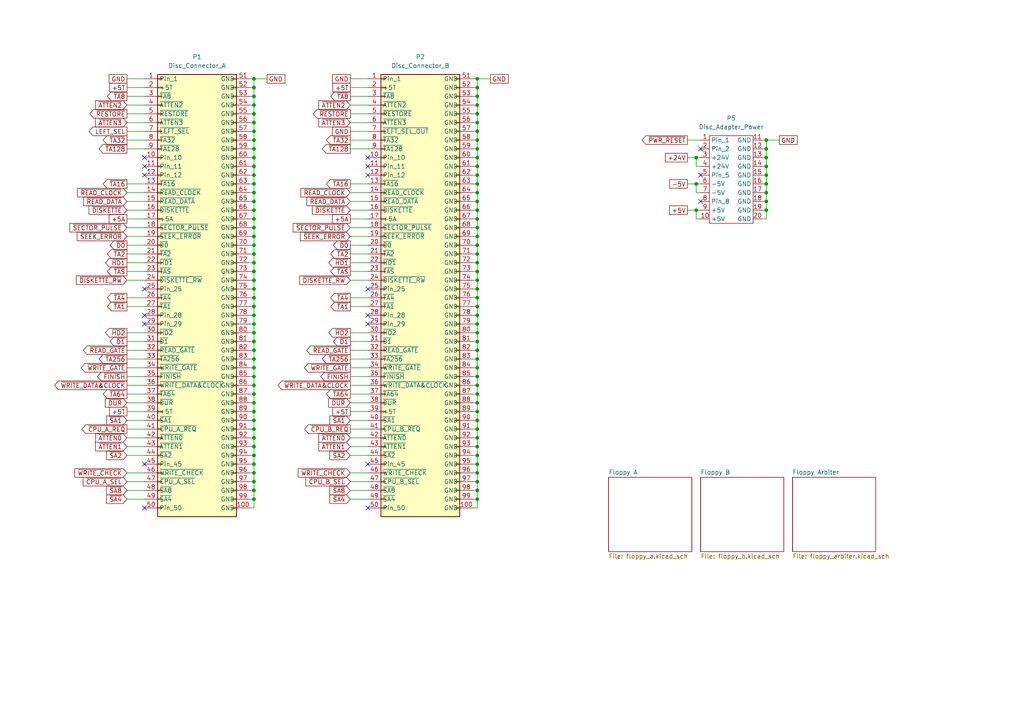
<source format=kicad_sch>
(kicad_sch (version 20211123) (generator eeschema)
  (paper "A4")
  (lib_symbols
    (symbol "Data General:Disc_Adapter_Power"
      (property "Reference" "P5" (at 0 30.48 0))
      (property "Value" "Disc_Adapter_Power" (at 0 27.94 0))
      (symbol "Disc_Adapter_Power_1_1"
        (pin output line (at -8.89 24.13 0) (length 2.54) (name "Pin_1") (number "1"))
        (pin power_out line (at -8.89 1.27 0) (length 2.54) (name "+5V") (number "10"))
        (pin passive line (at 8.89 24.13 180) (length 2.54) (name "GND") (number "11"))
        (pin passive line (at 8.89 21.59 180) (length 2.54) (name "GND") (number "12"))
        (pin passive line (at 8.89 19.05 180) (length 2.54) (name "GND") (number "13"))
        (pin passive line (at 8.89 16.51 180) (length 2.54) (name "GND") (number "14"))
        (pin passive line (at 8.89 13.97 180) (length 2.54) (name "GND") (number "15"))
        (pin passive line (at 8.89 11.43 180) (length 2.54) (name "GND") (number "16"))
        (pin passive line (at 8.89 8.89 180) (length 2.54) (name "GND") (number "17"))
        (pin passive line (at 8.89 6.35 180) (length 2.54) (name "GND") (number "18"))
        (pin passive line (at 8.89 3.81 180) (length 2.54) (name "GND") (number "19"))
        (pin unspecified line (at -8.89 21.59 0) (length 2.54) (name "Pin_2") (number "2"))
        (pin passive line (at 8.89 1.27 180) (length 2.54) (name "GND") (number "20"))
        (pin power_out line (at -8.89 19.05 0) (length 2.54) (name "+24V") (number "3"))
        (pin power_out line (at -8.89 16.51 0) (length 2.54) (name "+24V") (number "4"))
        (pin unspecified line (at -8.89 13.97 0) (length 2.54) (name "Pin_5") (number "5"))
        (pin power_out line (at -8.89 11.43 0) (length 2.54) (name "-5V") (number "6"))
        (pin power_out line (at -8.89 8.89 0) (length 2.54) (name "-5V") (number "7"))
        (pin passive line (at -8.89 6.35 0) (length 2.54) (name "Pin_8") (number "8"))
        (pin power_out line (at -8.89 3.81 0) (length 2.54) (name "+5V") (number "9"))
      )
    )
    (symbol "Data General:Disc_Connector_A"
      (property "Reference" "P" (at -12.7 0 0))
      (property "Value" "Disc_Connector_A" (at 6.35 -1.27 0))
      (symbol "Disc_Connector_A_1_1"
        (pin unspecified line (at -16.51 127 0) (length 3.81) (name "Pin_1") (number "1"))
        (pin unspecified line (at -16.51 104.14 0) (length 3.81) (name "Pin_10") (number "10"))
        (pin passive line (at 13.97 2.54 180) (length 3.81) (name "GND") (number "100"))
        (pin unspecified line (at -16.51 101.6 0) (length 3.81) (name "Pin_11") (number "11"))
        (pin unspecified line (at -16.51 99.06 0) (length 3.81) (name "Pin_12") (number "12"))
        (pin passive line (at -16.51 96.52 0) (length 3.81) (name "~{TA16}") (number "13"))
        (pin passive line (at -16.51 93.98 0) (length 3.81) (name "~{READ_CLOCK}") (number "14"))
        (pin passive line (at -16.51 91.44 0) (length 3.81) (name "~{READ_DATA}") (number "15"))
        (pin passive line (at -16.51 88.9 0) (length 3.81) (name "~{DISKETTE}") (number "16"))
        (pin passive line (at -16.51 86.36 0) (length 3.81) (name "+5A") (number "17"))
        (pin passive line (at -16.51 83.82 0) (length 3.81) (name "~{SECTOR_PULSE}") (number "18"))
        (pin passive line (at -16.51 81.28 0) (length 3.81) (name "~{SEEK_ERROR}") (number "19"))
        (pin passive line (at -16.51 124.46 0) (length 3.81) (name "+5T") (number "2"))
        (pin passive line (at -16.51 78.74 0) (length 3.81) (name "~{D0}") (number "20"))
        (pin passive line (at -16.51 76.2 0) (length 3.81) (name "~{TA2}") (number "21"))
        (pin passive line (at -16.51 73.66 0) (length 3.81) (name "~{HD1}") (number "22"))
        (pin passive line (at -16.51 71.12 0) (length 3.81) (name "~{TAS}") (number "23"))
        (pin passive line (at -16.51 68.58 0) (length 3.81) (name "~{DISKETTE_RW}") (number "24"))
        (pin passive line (at -16.51 66.04 0) (length 3.81) (name "Pin_25") (number "25"))
        (pin passive line (at -16.51 63.5 0) (length 3.81) (name "~{TA4}") (number "26"))
        (pin passive line (at -16.51 60.96 0) (length 3.81) (name "~{TA1}") (number "27"))
        (pin passive line (at -16.51 58.42 0) (length 3.81) (name "Pin_28") (number "28"))
        (pin passive line (at -16.51 55.88 0) (length 3.81) (name "Pin_29") (number "29"))
        (pin passive line (at -16.51 121.92 0) (length 3.81) (name "~{TA8}") (number "3"))
        (pin passive line (at -16.51 53.34 0) (length 3.81) (name "~{HD2}") (number "30"))
        (pin passive line (at -16.51 50.8 0) (length 3.81) (name "~{D1}") (number "31"))
        (pin passive line (at -16.51 48.26 0) (length 3.81) (name "~{READ_GATE}") (number "32"))
        (pin passive line (at -16.51 45.72 0) (length 3.81) (name "~{TA256}") (number "33"))
        (pin passive line (at -16.51 43.18 0) (length 3.81) (name "~{WRITE_GATE}") (number "34"))
        (pin passive line (at -16.51 40.64 0) (length 3.81) (name "~{FINISH}") (number "35"))
        (pin passive line (at -16.51 38.1 0) (length 3.81) (name "~{WRITE_DATA&CLOCK}") (number "36"))
        (pin passive line (at -16.51 35.56 0) (length 3.81) (name "~{TA64}") (number "37"))
        (pin passive line (at -16.51 33.02 0) (length 3.81) (name "~{DUR}") (number "38"))
        (pin passive line (at -16.51 30.48 0) (length 3.81) (name "+5T") (number "39"))
        (pin passive line (at -16.51 119.38 0) (length 3.81) (name "~{ATTEN2}") (number "4"))
        (pin passive line (at -16.51 27.94 0) (length 3.81) (name "~{SA1}") (number "40"))
        (pin passive line (at -16.51 25.4 0) (length 3.81) (name "~{CPU_A_REQ}") (number "41"))
        (pin passive line (at -16.51 22.86 0) (length 3.81) (name "~{ATTEN0}") (number "42"))
        (pin passive line (at -16.51 20.32 0) (length 3.81) (name "~{ATTEN1}") (number "43"))
        (pin passive line (at -16.51 17.78 0) (length 3.81) (name "~{SA2}") (number "44"))
        (pin passive line (at -16.51 15.24 0) (length 3.81) (name "Pin_45") (number "45"))
        (pin passive line (at -16.51 12.7 0) (length 3.81) (name "~{WRITE_CHECK}") (number "46"))
        (pin passive line (at -16.51 10.16 0) (length 3.81) (name "~{CPU_A_SEL}") (number "47"))
        (pin passive line (at -16.51 7.62 0) (length 3.81) (name "~{SA8}") (number "48"))
        (pin passive line (at -16.51 5.08 0) (length 3.81) (name "~{SA4}") (number "49"))
        (pin passive line (at -16.51 116.84 0) (length 3.81) (name "~{RESTORE}") (number "5"))
        (pin passive line (at -16.51 2.54 0) (length 3.81) (name "Pin_50") (number "50"))
        (pin passive line (at 13.97 127 180) (length 3.81) (name "GND") (number "51"))
        (pin passive line (at 13.97 124.46 180) (length 3.81) (name "GND") (number "52"))
        (pin passive line (at 13.97 121.92 180) (length 3.81) (name "GND") (number "53"))
        (pin passive line (at 13.97 119.38 180) (length 3.81) (name "GND") (number "54"))
        (pin passive line (at 13.97 116.84 180) (length 3.81) (name "GND") (number "55"))
        (pin passive line (at 13.97 114.3 180) (length 3.81) (name "GND") (number "56"))
        (pin passive line (at 13.97 111.76 180) (length 3.81) (name "GND") (number "57"))
        (pin passive line (at 13.97 109.22 180) (length 3.81) (name "GND") (number "58"))
        (pin passive line (at 13.97 106.68 180) (length 3.81) (name "GND") (number "59"))
        (pin passive line (at -16.51 114.3 0) (length 3.81) (name "~{ATTEN3}") (number "6"))
        (pin passive line (at 13.97 104.14 180) (length 3.81) (name "GND") (number "60"))
        (pin passive line (at 13.97 101.6 180) (length 3.81) (name "GND") (number "61"))
        (pin passive line (at 13.97 99.06 180) (length 3.81) (name "GND") (number "62"))
        (pin passive line (at 13.97 96.52 180) (length 3.81) (name "GND") (number "63"))
        (pin passive line (at 13.97 93.98 180) (length 3.81) (name "GND") (number "64"))
        (pin passive line (at 13.97 91.44 180) (length 3.81) (name "GND") (number "65"))
        (pin passive line (at 13.97 88.9 180) (length 3.81) (name "GND") (number "66"))
        (pin passive line (at 13.97 86.36 180) (length 3.81) (name "GND") (number "67"))
        (pin passive line (at 13.97 83.82 180) (length 3.81) (name "GND") (number "68"))
        (pin passive line (at 13.97 81.28 180) (length 3.81) (name "GND") (number "69"))
        (pin passive line (at -16.51 111.76 0) (length 3.81) (name "~{LEFT_SEL}") (number "7"))
        (pin passive line (at 13.97 78.74 180) (length 3.81) (name "GND") (number "70"))
        (pin passive line (at 13.97 76.2 180) (length 3.81) (name "GND") (number "71"))
        (pin passive line (at 13.97 73.66 180) (length 3.81) (name "GND") (number "72"))
        (pin passive line (at 13.97 71.12 180) (length 3.81) (name "GND") (number "73"))
        (pin passive line (at 13.97 68.58 180) (length 3.81) (name "GND") (number "74"))
        (pin passive line (at 13.97 66.04 180) (length 3.81) (name "GND") (number "75"))
        (pin passive line (at 13.97 63.5 180) (length 3.81) (name "GND") (number "76"))
        (pin passive line (at 13.97 60.96 180) (length 3.81) (name "GND") (number "77"))
        (pin passive line (at 13.97 58.42 180) (length 3.81) (name "GND") (number "78"))
        (pin passive line (at 13.97 55.88 180) (length 3.81) (name "GND") (number "79"))
        (pin passive line (at -16.51 109.22 0) (length 3.81) (name "~{TA32}") (number "8"))
        (pin passive line (at 13.97 53.34 180) (length 3.81) (name "GND") (number "80"))
        (pin passive line (at 13.97 50.8 180) (length 3.81) (name "GND") (number "81"))
        (pin passive line (at 13.97 48.26 180) (length 3.81) (name "GND") (number "82"))
        (pin passive line (at 13.97 45.72 180) (length 3.81) (name "GND") (number "83"))
        (pin passive line (at 13.97 43.18 180) (length 3.81) (name "GND") (number "84"))
        (pin passive line (at 13.97 40.64 180) (length 3.81) (name "GND") (number "85"))
        (pin passive line (at 13.97 38.1 180) (length 3.81) (name "GND") (number "86"))
        (pin passive line (at 13.97 35.56 180) (length 3.81) (name "GND") (number "87"))
        (pin passive line (at 13.97 33.02 180) (length 3.81) (name "GND") (number "88"))
        (pin passive line (at 13.97 30.48 180) (length 3.81) (name "GND") (number "89"))
        (pin passive line (at -16.51 106.68 0) (length 3.81) (name "~{TA128}") (number "9"))
        (pin passive line (at 13.97 27.94 180) (length 3.81) (name "GND") (number "90"))
        (pin passive line (at 13.97 25.4 180) (length 3.81) (name "GND") (number "91"))
        (pin passive line (at 13.97 22.86 180) (length 3.81) (name "GND") (number "92"))
        (pin passive line (at 13.97 20.32 180) (length 3.81) (name "GND") (number "93"))
        (pin passive line (at 13.97 17.78 180) (length 3.81) (name "GND") (number "94"))
        (pin passive line (at 13.97 15.24 180) (length 3.81) (name "GND") (number "95"))
        (pin passive line (at 13.97 12.7 180) (length 3.81) (name "GND") (number "96"))
        (pin passive line (at 13.97 10.16 180) (length 3.81) (name "GND") (number "97"))
        (pin passive line (at 13.97 7.62 180) (length 3.81) (name "GND") (number "98"))
        (pin passive line (at 13.97 5.08 180) (length 3.81) (name "GND") (number "99"))
      )
    )
    (symbol "Data General:Disc_Connector_B"
      (property "Reference" "P" (at -12.7 0 0))
      (property "Value" "Disc_Connector_B" (at 6.35 -1.27 0))
      (symbol "Disc_Connector_B_1_1"
        (pin unspecified line (at -16.51 127 0) (length 3.81) (name "Pin_1") (number "1"))
        (pin unspecified line (at -16.51 104.14 0) (length 3.81) (name "Pin_10") (number "10"))
        (pin passive line (at 13.97 2.54 180) (length 3.81) (name "GND") (number "100"))
        (pin unspecified line (at -16.51 101.6 0) (length 3.81) (name "Pin_11") (number "11"))
        (pin unspecified line (at -16.51 99.06 0) (length 3.81) (name "Pin_12") (number "12"))
        (pin passive line (at -16.51 96.52 0) (length 3.81) (name "~{TA16}") (number "13"))
        (pin passive line (at -16.51 93.98 0) (length 3.81) (name "~{READ_CLOCK}") (number "14"))
        (pin passive line (at -16.51 91.44 0) (length 3.81) (name "~{READ_DATA}") (number "15"))
        (pin passive line (at -16.51 88.9 0) (length 3.81) (name "~{DISKETTE}") (number "16"))
        (pin passive line (at -16.51 86.36 0) (length 3.81) (name "+5A") (number "17"))
        (pin passive line (at -16.51 83.82 0) (length 3.81) (name "~{SECTOR_PULSE}") (number "18"))
        (pin passive line (at -16.51 81.28 0) (length 3.81) (name "~{SEEK_ERROR}") (number "19"))
        (pin passive line (at -16.51 124.46 0) (length 3.81) (name "+5T") (number "2"))
        (pin passive line (at -16.51 78.74 0) (length 3.81) (name "~{D0}") (number "20"))
        (pin passive line (at -16.51 76.2 0) (length 3.81) (name "~{TA2}") (number "21"))
        (pin passive line (at -16.51 73.66 0) (length 3.81) (name "~{HD1}") (number "22"))
        (pin passive line (at -16.51 71.12 0) (length 3.81) (name "~{TAS}") (number "23"))
        (pin passive line (at -16.51 68.58 0) (length 3.81) (name "~{DISKETTE_RW}") (number "24"))
        (pin passive line (at -16.51 66.04 0) (length 3.81) (name "Pin_25") (number "25"))
        (pin passive line (at -16.51 63.5 0) (length 3.81) (name "~{TA4}") (number "26"))
        (pin passive line (at -16.51 60.96 0) (length 3.81) (name "~{TA1}") (number "27"))
        (pin passive line (at -16.51 58.42 0) (length 3.81) (name "Pin_28") (number "28"))
        (pin passive line (at -16.51 55.88 0) (length 3.81) (name "Pin_29") (number "29"))
        (pin passive line (at -16.51 121.92 0) (length 3.81) (name "~{TA8}") (number "3"))
        (pin passive line (at -16.51 53.34 0) (length 3.81) (name "~{HD2}") (number "30"))
        (pin passive line (at -16.51 50.8 0) (length 3.81) (name "~{D1}") (number "31"))
        (pin passive line (at -16.51 48.26 0) (length 3.81) (name "~{READ_GATE}") (number "32"))
        (pin passive line (at -16.51 45.72 0) (length 3.81) (name "~{TA256}") (number "33"))
        (pin passive line (at -16.51 43.18 0) (length 3.81) (name "~{WRITE_GATE}") (number "34"))
        (pin passive line (at -16.51 40.64 0) (length 3.81) (name "~{FINISH}") (number "35"))
        (pin passive line (at -16.51 38.1 0) (length 3.81) (name "~{WRITE_DATA&CLOCK}") (number "36"))
        (pin passive line (at -16.51 35.56 0) (length 3.81) (name "~{TA64}") (number "37"))
        (pin passive line (at -16.51 33.02 0) (length 3.81) (name "~{DUR}") (number "38"))
        (pin passive line (at -16.51 30.48 0) (length 3.81) (name "+5T") (number "39"))
        (pin passive line (at -16.51 119.38 0) (length 3.81) (name "~{ATTEN2}") (number "4"))
        (pin passive line (at -16.51 27.94 0) (length 3.81) (name "~{SA1}") (number "40"))
        (pin passive line (at -16.51 25.4 0) (length 3.81) (name "~{CPU_B_REQ}") (number "41"))
        (pin passive line (at -16.51 22.86 0) (length 3.81) (name "~{ATTEN0}") (number "42"))
        (pin passive line (at -16.51 20.32 0) (length 3.81) (name "~{ATTEN1}") (number "43"))
        (pin passive line (at -16.51 17.78 0) (length 3.81) (name "~{SA2}") (number "44"))
        (pin passive line (at -16.51 15.24 0) (length 3.81) (name "Pin_45") (number "45"))
        (pin passive line (at -16.51 12.7 0) (length 3.81) (name "~{WRITE_CHECK}") (number "46"))
        (pin passive line (at -16.51 10.16 0) (length 3.81) (name "~{CPU_B_SEL}") (number "47"))
        (pin passive line (at -16.51 7.62 0) (length 3.81) (name "~{SA8}") (number "48"))
        (pin passive line (at -16.51 5.08 0) (length 3.81) (name "~{SA4}") (number "49"))
        (pin passive line (at -16.51 116.84 0) (length 3.81) (name "~{RESTORE}") (number "5"))
        (pin passive line (at -16.51 2.54 0) (length 3.81) (name "Pin_50") (number "50"))
        (pin passive line (at 13.97 127 180) (length 3.81) (name "GND") (number "51"))
        (pin passive line (at 13.97 124.46 180) (length 3.81) (name "GND") (number "52"))
        (pin passive line (at 13.97 121.92 180) (length 3.81) (name "GND") (number "53"))
        (pin passive line (at 13.97 119.38 180) (length 3.81) (name "GND") (number "54"))
        (pin passive line (at 13.97 116.84 180) (length 3.81) (name "GND") (number "55"))
        (pin passive line (at 13.97 114.3 180) (length 3.81) (name "GND") (number "56"))
        (pin passive line (at 13.97 111.76 180) (length 3.81) (name "GND") (number "57"))
        (pin passive line (at 13.97 109.22 180) (length 3.81) (name "GND") (number "58"))
        (pin passive line (at 13.97 106.68 180) (length 3.81) (name "GND") (number "59"))
        (pin passive line (at -16.51 114.3 0) (length 3.81) (name "~{ATTEN3}") (number "6"))
        (pin passive line (at 13.97 104.14 180) (length 3.81) (name "GND") (number "60"))
        (pin passive line (at 13.97 101.6 180) (length 3.81) (name "GND") (number "61"))
        (pin passive line (at 13.97 99.06 180) (length 3.81) (name "GND") (number "62"))
        (pin passive line (at 13.97 96.52 180) (length 3.81) (name "GND") (number "63"))
        (pin passive line (at 13.97 93.98 180) (length 3.81) (name "GND") (number "64"))
        (pin passive line (at 13.97 91.44 180) (length 3.81) (name "GND") (number "65"))
        (pin passive line (at 13.97 88.9 180) (length 3.81) (name "GND") (number "66"))
        (pin passive line (at 13.97 86.36 180) (length 3.81) (name "GND") (number "67"))
        (pin passive line (at 13.97 83.82 180) (length 3.81) (name "GND") (number "68"))
        (pin passive line (at 13.97 81.28 180) (length 3.81) (name "GND") (number "69"))
        (pin passive line (at -16.51 111.76 0) (length 3.81) (name "~{LEFT_SEL_OUT}") (number "7"))
        (pin passive line (at 13.97 78.74 180) (length 3.81) (name "GND") (number "70"))
        (pin passive line (at 13.97 76.2 180) (length 3.81) (name "GND") (number "71"))
        (pin passive line (at 13.97 73.66 180) (length 3.81) (name "GND") (number "72"))
        (pin passive line (at 13.97 71.12 180) (length 3.81) (name "GND") (number "73"))
        (pin passive line (at 13.97 68.58 180) (length 3.81) (name "GND") (number "74"))
        (pin passive line (at 13.97 66.04 180) (length 3.81) (name "GND") (number "75"))
        (pin passive line (at 13.97 63.5 180) (length 3.81) (name "GND") (number "76"))
        (pin passive line (at 13.97 60.96 180) (length 3.81) (name "GND") (number "77"))
        (pin passive line (at 13.97 58.42 180) (length 3.81) (name "GND") (number "78"))
        (pin passive line (at 13.97 55.88 180) (length 3.81) (name "GND") (number "79"))
        (pin passive line (at -16.51 109.22 0) (length 3.81) (name "~{TA32}") (number "8"))
        (pin passive line (at 13.97 53.34 180) (length 3.81) (name "GND") (number "80"))
        (pin passive line (at 13.97 50.8 180) (length 3.81) (name "GND") (number "81"))
        (pin passive line (at 13.97 48.26 180) (length 3.81) (name "GND") (number "82"))
        (pin passive line (at 13.97 45.72 180) (length 3.81) (name "GND") (number "83"))
        (pin passive line (at 13.97 43.18 180) (length 3.81) (name "GND") (number "84"))
        (pin passive line (at 13.97 40.64 180) (length 3.81) (name "GND") (number "85"))
        (pin passive line (at 13.97 38.1 180) (length 3.81) (name "GND") (number "86"))
        (pin passive line (at 13.97 35.56 180) (length 3.81) (name "GND") (number "87"))
        (pin passive line (at 13.97 33.02 180) (length 3.81) (name "GND") (number "88"))
        (pin passive line (at 13.97 30.48 180) (length 3.81) (name "GND") (number "89"))
        (pin passive line (at -16.51 106.68 0) (length 3.81) (name "~{TA128}") (number "9"))
        (pin passive line (at 13.97 27.94 180) (length 3.81) (name "GND") (number "90"))
        (pin passive line (at 13.97 25.4 180) (length 3.81) (name "GND") (number "91"))
        (pin passive line (at 13.97 22.86 180) (length 3.81) (name "GND") (number "92"))
        (pin passive line (at 13.97 20.32 180) (length 3.81) (name "GND") (number "93"))
        (pin passive line (at 13.97 17.78 180) (length 3.81) (name "GND") (number "94"))
        (pin passive line (at 13.97 15.24 180) (length 3.81) (name "GND") (number "95"))
        (pin passive line (at 13.97 12.7 180) (length 3.81) (name "GND") (number "96"))
        (pin passive line (at 13.97 10.16 180) (length 3.81) (name "GND") (number "97"))
        (pin passive line (at 13.97 7.62 180) (length 3.81) (name "GND") (number "98"))
        (pin passive line (at 13.97 5.08 180) (length 3.81) (name "GND") (number "99"))
      )
    )
  )
  (junction (at 73.66 45.72))
  (junction (at 138.43 27.94))
  (junction (at 222.25 50.8))
  (junction (at 73.66 142.24))
  (junction (at 138.43 45.72))
  (junction (at 138.43 43.18))
  (junction (at 73.66 134.62))
  (junction (at 73.66 121.92))
  (junction (at 73.66 38.1))
  (junction (at 73.66 68.58))
  (junction (at 73.66 116.84))
  (junction (at 138.43 33.02))
  (junction (at 222.25 45.72))
  (junction (at 138.43 60.96))
  (junction (at 138.43 53.34))
  (junction (at 138.43 99.06))
  (junction (at 138.43 48.26))
  (junction (at 73.66 114.3))
  (junction (at 138.43 111.76))
  (junction (at 138.43 93.98))
  (junction (at 73.66 33.02))
  (junction (at 222.25 58.42))
  (junction (at 73.66 86.36))
  (junction (at 138.43 134.62))
  (junction (at 73.66 88.9))
  (junction (at 73.66 96.52))
  (junction (at 138.43 81.28))
  (junction (at 138.43 58.42))
  (junction (at 138.43 139.7))
  (junction (at 73.66 127))
  (junction (at 138.43 88.9))
  (junction (at 73.66 81.28))
  (junction (at 138.43 96.52))
  (junction (at 138.43 109.22))
  (junction (at 138.43 38.1))
  (junction (at 138.43 114.3))
  (junction (at 73.66 104.14))
  (junction (at 138.43 50.8))
  (junction (at 138.43 116.84))
  (junction (at 138.43 106.68))
  (junction (at 138.43 101.6))
  (junction (at 73.66 101.6))
  (junction (at 73.66 60.96))
  (junction (at 73.66 58.42))
  (junction (at 138.43 63.5))
  (junction (at 138.43 144.78))
  (junction (at 222.25 40.64))
  (junction (at 73.66 78.74))
  (junction (at 222.25 53.34))
  (junction (at 138.43 73.66))
  (junction (at 73.66 48.26))
  (junction (at 138.43 83.82))
  (junction (at 138.43 86.36))
  (junction (at 138.43 66.04))
  (junction (at 138.43 22.86))
  (junction (at 138.43 76.2))
  (junction (at 138.43 68.58))
  (junction (at 73.66 137.16))
  (junction (at 138.43 124.46))
  (junction (at 73.66 106.68))
  (junction (at 138.43 142.24))
  (junction (at 222.25 60.96))
  (junction (at 201.93 60.96))
  (junction (at 138.43 35.56))
  (junction (at 73.66 129.54))
  (junction (at 73.66 27.94))
  (junction (at 73.66 55.88))
  (junction (at 73.66 119.38))
  (junction (at 222.25 55.88))
  (junction (at 73.66 66.04))
  (junction (at 138.43 91.44))
  (junction (at 222.25 43.18))
  (junction (at 73.66 139.7))
  (junction (at 138.43 127))
  (junction (at 73.66 93.98))
  (junction (at 73.66 76.2))
  (junction (at 73.66 132.08))
  (junction (at 73.66 71.12))
  (junction (at 138.43 129.54))
  (junction (at 138.43 137.16))
  (junction (at 73.66 73.66))
  (junction (at 73.66 25.4))
  (junction (at 138.43 25.4))
  (junction (at 138.43 55.88))
  (junction (at 73.66 63.5))
  (junction (at 73.66 35.56))
  (junction (at 73.66 99.06))
  (junction (at 73.66 43.18))
  (junction (at 73.66 40.64))
  (junction (at 73.66 22.86))
  (junction (at 138.43 104.14))
  (junction (at 73.66 109.22))
  (junction (at 201.93 53.34))
  (junction (at 73.66 50.8))
  (junction (at 138.43 121.92))
  (junction (at 73.66 83.82))
  (junction (at 73.66 30.48))
  (junction (at 73.66 53.34))
  (junction (at 138.43 40.64))
  (junction (at 138.43 78.74))
  (junction (at 138.43 30.48))
  (junction (at 138.43 71.12))
  (junction (at 73.66 111.76))
  (junction (at 73.66 124.46))
  (junction (at 138.43 132.08))
  (junction (at 73.66 144.78))
  (junction (at 73.66 91.44))
  (junction (at 201.93 45.72))
  (junction (at 138.43 119.38))
  (junction (at 222.25 48.26))
  (no_connect (at 41.91 50.8))
  (no_connect (at 41.91 48.26))
  (no_connect (at 41.91 45.72))
  (no_connect (at 41.91 91.44))
  (no_connect (at 41.91 93.98))
  (no_connect (at 41.91 83.82))
  (no_connect (at 106.68 45.72))
  (no_connect (at 106.68 48.26))
  (no_connect (at 106.68 50.8))
  (no_connect (at 106.68 83.82))
  (no_connect (at 106.68 91.44))
  (no_connect (at 106.68 93.98))
  (no_connect (at 41.91 147.32))
  (no_connect (at 41.91 134.62))
  (no_connect (at 106.68 147.32))
  (no_connect (at 106.68 134.62))
  (no_connect (at 203.2 50.8))
  (no_connect (at 203.2 43.18))
  (no_connect (at 203.2 58.42))
  (wire (pts (xy 73.66 45.72) (xy 72.39 45.72)))
  (wire (pts (xy 222.25 45.72) (xy 220.98 45.72)))
  (wire (pts (xy 137.16 101.6) (xy 138.43 101.6)))
  (wire (pts (xy 101.6 60.96) (xy 106.68 60.96)))
  (wire (pts (xy 138.43 40.64) (xy 137.16 40.64)))
  (wire (pts (xy 73.66 119.38) (xy 72.39 119.38)))
  (wire (pts (xy 222.25 40.64) (xy 222.25 43.18)))
  (wire (pts (xy 222.25 48.26) (xy 220.98 48.26)))
  (wire (pts (xy 222.25 50.8) (xy 220.98 50.8)))
  (wire (pts (xy 138.43 33.02) (xy 137.16 33.02)))
  (wire (pts (xy 201.93 55.88) (xy 203.2 55.88)))
  (wire (pts (xy 73.66 73.66) (xy 73.66 76.2)))
  (wire (pts (xy 73.66 121.92) (xy 73.66 124.46)))
  (wire (pts (xy 73.66 78.74) (xy 72.39 78.74)))
  (wire (pts (xy 101.6 73.66) (xy 106.68 73.66)))
  (wire (pts (xy 73.66 132.08) (xy 72.39 132.08)))
  (wire (pts (xy 137.16 147.32) (xy 138.43 147.32)))
  (wire (pts (xy 101.6 55.88) (xy 106.68 55.88)))
  (wire (pts (xy 101.6 66.04) (xy 106.68 66.04)))
  (wire (pts (xy 73.66 114.3) (xy 72.39 114.3)))
  (wire (pts (xy 222.25 58.42) (xy 220.98 58.42)))
  (wire (pts (xy 36.83 139.7) (xy 41.91 139.7)))
  (wire (pts (xy 36.83 119.38) (xy 41.91 119.38)))
  (wire (pts (xy 138.43 104.14) (xy 137.16 104.14)))
  (wire (pts (xy 138.43 43.18) (xy 137.16 43.18)))
  (wire (pts (xy 138.43 25.4) (xy 138.43 27.94)))
  (wire (pts (xy 138.43 55.88) (xy 138.43 58.42)))
  (wire (pts (xy 138.43 43.18) (xy 138.43 45.72)))
  (wire (pts (xy 101.6 137.16) (xy 106.68 137.16)))
  (wire (pts (xy 222.25 60.96) (xy 220.98 60.96)))
  (wire (pts (xy 138.43 104.14) (xy 138.43 106.68)))
  (wire (pts (xy 73.66 91.44) (xy 72.39 91.44)))
  (wire (pts (xy 138.43 83.82) (xy 137.16 83.82)))
  (wire (pts (xy 138.43 25.4) (xy 137.16 25.4)))
  (wire (pts (xy 36.83 137.16) (xy 41.91 137.16)))
  (wire (pts (xy 138.43 81.28) (xy 138.43 83.82)))
  (wire (pts (xy 138.43 111.76) (xy 138.43 114.3)))
  (wire (pts (xy 73.66 43.18) (xy 73.66 45.72)))
  (wire (pts (xy 138.43 139.7) (xy 137.16 139.7)))
  (wire (pts (xy 36.83 25.4) (xy 41.91 25.4)))
  (wire (pts (xy 138.43 66.04) (xy 138.43 68.58)))
  (wire (pts (xy 73.66 33.02) (xy 73.66 35.56)))
  (wire (pts (xy 73.66 53.34) (xy 73.66 55.88)))
  (wire (pts (xy 73.66 137.16) (xy 72.39 137.16)))
  (wire (pts (xy 73.66 27.94) (xy 72.39 27.94)))
  (wire (pts (xy 137.16 76.2) (xy 138.43 76.2)))
  (wire (pts (xy 101.6 119.38) (xy 106.68 119.38)))
  (wire (pts (xy 101.6 53.34) (xy 106.68 53.34)))
  (wire (pts (xy 36.83 35.56) (xy 41.91 35.56)))
  (wire (pts (xy 73.66 119.38) (xy 73.66 121.92)))
  (wire (pts (xy 138.43 96.52) (xy 138.43 99.06)))
  (wire (pts (xy 36.83 33.02) (xy 41.91 33.02)))
  (wire (pts (xy 101.6 144.78) (xy 106.68 144.78)))
  (wire (pts (xy 73.66 147.32) (xy 73.66 144.78)))
  (wire (pts (xy 138.43 124.46) (xy 137.16 124.46)))
  (wire (pts (xy 73.66 40.64) (xy 73.66 43.18)))
  (wire (pts (xy 138.43 114.3) (xy 138.43 116.84)))
  (wire (pts (xy 73.66 124.46) (xy 73.66 127)))
  (wire (pts (xy 138.43 45.72) (xy 137.16 45.72)))
  (wire (pts (xy 138.43 60.96) (xy 137.16 60.96)))
  (wire (pts (xy 73.66 83.82) (xy 73.66 86.36)))
  (wire (pts (xy 138.43 121.92) (xy 137.16 121.92)))
  (wire (pts (xy 36.83 142.24) (xy 41.91 142.24)))
  (wire (pts (xy 138.43 134.62) (xy 137.16 134.62)))
  (wire (pts (xy 138.43 144.78) (xy 137.16 144.78)))
  (wire (pts (xy 138.43 35.56) (xy 138.43 38.1)))
  (wire (pts (xy 36.83 73.66) (xy 41.91 73.66)))
  (wire (pts (xy 138.43 30.48) (xy 138.43 33.02)))
  (wire (pts (xy 138.43 53.34) (xy 138.43 55.88)))
  (wire (pts (xy 73.66 40.64) (xy 72.39 40.64)))
  (wire (pts (xy 36.83 60.96) (xy 41.91 60.96)))
  (wire (pts (xy 73.66 121.92) (xy 72.39 121.92)))
  (wire (pts (xy 73.66 48.26) (xy 73.66 50.8)))
  (wire (pts (xy 138.43 99.06) (xy 138.43 101.6)))
  (wire (pts (xy 101.6 38.1) (xy 106.68 38.1)))
  (wire (pts (xy 36.83 58.42) (xy 41.91 58.42)))
  (wire (pts (xy 138.43 93.98) (xy 138.43 96.52)))
  (wire (pts (xy 73.66 30.48) (xy 72.39 30.48)))
  (wire (pts (xy 36.83 53.34) (xy 41.91 53.34)))
  (wire (pts (xy 138.43 53.34) (xy 137.16 53.34)))
  (wire (pts (xy 73.66 43.18) (xy 72.39 43.18)))
  (wire (pts (xy 138.43 91.44) (xy 138.43 93.98)))
  (wire (pts (xy 101.6 132.08) (xy 106.68 132.08)))
  (wire (pts (xy 36.83 104.14) (xy 41.91 104.14)))
  (wire (pts (xy 201.93 53.34) (xy 203.2 53.34)))
  (wire (pts (xy 73.66 96.52) (xy 73.66 99.06)))
  (wire (pts (xy 73.66 71.12) (xy 72.39 71.12)))
  (wire (pts (xy 73.66 25.4) (xy 73.66 27.94)))
  (wire (pts (xy 222.25 53.34) (xy 222.25 55.88)))
  (wire (pts (xy 138.43 45.72) (xy 138.43 48.26)))
  (wire (pts (xy 222.25 60.96) (xy 222.25 63.5)))
  (wire (pts (xy 73.66 38.1) (xy 72.39 38.1)))
  (wire (pts (xy 36.83 127) (xy 41.91 127)))
  (wire (pts (xy 201.93 53.34) (xy 201.93 55.88)))
  (wire (pts (xy 138.43 73.66) (xy 137.16 73.66)))
  (wire (pts (xy 73.66 63.5) (xy 73.66 66.04)))
  (wire (pts (xy 101.6 88.9) (xy 106.68 88.9)))
  (wire (pts (xy 73.66 111.76) (xy 72.39 111.76)))
  (wire (pts (xy 101.6 106.68) (xy 106.68 106.68)))
  (wire (pts (xy 101.6 121.92) (xy 106.68 121.92)))
  (wire (pts (xy 138.43 137.16) (xy 137.16 137.16)))
  (wire (pts (xy 101.6 124.46) (xy 106.68 124.46)))
  (wire (pts (xy 138.43 139.7) (xy 138.43 142.24)))
  (wire (pts (xy 73.66 22.86) (xy 73.66 25.4)))
  (wire (pts (xy 101.6 86.36) (xy 106.68 86.36)))
  (wire (pts (xy 73.66 53.34) (xy 72.39 53.34)))
  (wire (pts (xy 36.83 76.2) (xy 41.91 76.2)))
  (wire (pts (xy 36.83 129.54) (xy 41.91 129.54)))
  (wire (pts (xy 73.66 109.22) (xy 72.39 109.22)))
  (wire (pts (xy 138.43 22.86) (xy 138.43 25.4)))
  (wire (pts (xy 73.66 60.96) (xy 73.66 63.5)))
  (wire (pts (xy 138.43 63.5) (xy 138.43 66.04)))
  (wire (pts (xy 101.6 25.4) (xy 106.68 25.4)))
  (wire (pts (xy 138.43 106.68) (xy 137.16 106.68)))
  (wire (pts (xy 73.66 73.66) (xy 72.39 73.66)))
  (wire (pts (xy 73.66 35.56) (xy 73.66 38.1)))
  (wire (pts (xy 36.83 78.74) (xy 41.91 78.74)))
  (wire (pts (xy 73.66 35.56) (xy 72.39 35.56)))
  (wire (pts (xy 222.25 53.34) (xy 220.98 53.34)))
  (wire (pts (xy 101.6 111.76) (xy 106.68 111.76)))
  (wire (pts (xy 72.39 50.8) (xy 73.66 50.8)))
  (wire (pts (xy 73.66 76.2) (xy 73.66 78.74)))
  (wire (pts (xy 36.83 55.88) (xy 41.91 55.88)))
  (wire (pts (xy 222.25 40.64) (xy 226.06 40.64)))
  (wire (pts (xy 101.6 30.48) (xy 106.68 30.48)))
  (wire (pts (xy 138.43 116.84) (xy 137.16 116.84)))
  (wire (pts (xy 73.66 139.7) (xy 72.39 139.7)))
  (wire (pts (xy 138.43 76.2) (xy 138.43 78.74)))
  (wire (pts (xy 199.39 60.96) (xy 201.93 60.96)))
  (wire (pts (xy 101.6 43.18) (xy 106.68 43.18)))
  (wire (pts (xy 138.43 33.02) (xy 138.43 35.56)))
  (wire (pts (xy 138.43 86.36) (xy 137.16 86.36)))
  (wire (pts (xy 36.83 106.68) (xy 41.91 106.68)))
  (wire (pts (xy 73.66 68.58) (xy 72.39 68.58)))
  (wire (pts (xy 222.25 55.88) (xy 222.25 58.42)))
  (wire (pts (xy 73.66 50.8) (xy 73.66 53.34)))
  (wire (pts (xy 73.66 30.48) (xy 73.66 33.02)))
  (wire (pts (xy 138.43 134.62) (xy 138.43 137.16)))
  (wire (pts (xy 101.6 78.74) (xy 106.68 78.74)))
  (wire (pts (xy 137.16 22.86) (xy 138.43 22.86)))
  (wire (pts (xy 101.6 114.3) (xy 106.68 114.3)))
  (wire (pts (xy 138.43 142.24) (xy 137.16 142.24)))
  (wire (pts (xy 138.43 71.12) (xy 137.16 71.12)))
  (wire (pts (xy 138.43 137.16) (xy 138.43 139.7)))
  (wire (pts (xy 73.66 33.02) (xy 72.39 33.02)))
  (wire (pts (xy 138.43 55.88) (xy 137.16 55.88)))
  (wire (pts (xy 101.6 139.7) (xy 106.68 139.7)))
  (wire (pts (xy 138.43 68.58) (xy 138.43 71.12)))
  (wire (pts (xy 73.66 88.9) (xy 72.39 88.9)))
  (wire (pts (xy 73.66 127) (xy 73.66 129.54)))
  (wire (pts (xy 73.66 104.14) (xy 72.39 104.14)))
  (wire (pts (xy 36.83 22.86) (xy 41.91 22.86)))
  (wire (pts (xy 73.66 129.54) (xy 72.39 129.54)))
  (wire (pts (xy 36.83 121.92) (xy 41.91 121.92)))
  (wire (pts (xy 36.83 88.9) (xy 41.91 88.9)))
  (wire (pts (xy 138.43 68.58) (xy 137.16 68.58)))
  (wire (pts (xy 138.43 81.28) (xy 137.16 81.28)))
  (wire (pts (xy 73.66 55.88) (xy 72.39 55.88)))
  (wire (pts (xy 199.39 45.72) (xy 201.93 45.72)))
  (wire (pts (xy 72.39 76.2) (xy 73.66 76.2)))
  (wire (pts (xy 222.25 58.42) (xy 222.25 60.96)))
  (wire (pts (xy 101.6 76.2) (xy 106.68 76.2)))
  (wire (pts (xy 138.43 129.54) (xy 137.16 129.54)))
  (wire (pts (xy 73.66 48.26) (xy 72.39 48.26)))
  (wire (pts (xy 201.93 45.72) (xy 201.93 48.26)))
  (wire (pts (xy 220.98 55.88) (xy 222.25 55.88)))
  (wire (pts (xy 36.83 68.58) (xy 41.91 68.58)))
  (wire (pts (xy 73.66 137.16) (xy 73.66 139.7)))
  (wire (pts (xy 73.66 111.76) (xy 73.66 114.3)))
  (wire (pts (xy 138.43 119.38) (xy 137.16 119.38)))
  (wire (pts (xy 201.93 45.72) (xy 203.2 45.72)))
  (wire (pts (xy 36.83 132.08) (xy 41.91 132.08)))
  (wire (pts (xy 138.43 78.74) (xy 137.16 78.74)))
  (wire (pts (xy 73.66 58.42) (xy 72.39 58.42)))
  (wire (pts (xy 73.66 55.88) (xy 73.66 58.42)))
  (wire (pts (xy 138.43 27.94) (xy 137.16 27.94)))
  (wire (pts (xy 138.43 58.42) (xy 138.43 60.96)))
  (wire (pts (xy 101.6 40.64) (xy 106.68 40.64)))
  (wire (pts (xy 101.6 81.28) (xy 106.68 81.28)))
  (wire (pts (xy 138.43 63.5) (xy 137.16 63.5)))
  (wire (pts (xy 73.66 99.06) (xy 72.39 99.06)))
  (wire (pts (xy 73.66 106.68) (xy 72.39 106.68)))
  (wire (pts (xy 138.43 106.68) (xy 138.43 109.22)))
  (wire (pts (xy 73.66 58.42) (xy 73.66 60.96)))
  (wire (pts (xy 138.43 66.04) (xy 137.16 66.04)))
  (wire (pts (xy 36.83 81.28) (xy 41.91 81.28)))
  (wire (pts (xy 101.6 127) (xy 106.68 127)))
  (wire (pts (xy 199.39 40.64) (xy 203.2 40.64)))
  (wire (pts (xy 101.6 129.54) (xy 106.68 129.54)))
  (wire (pts (xy 73.66 78.74) (xy 73.66 81.28)))
  (wire (pts (xy 73.66 139.7) (xy 73.66 142.24)))
  (wire (pts (xy 138.43 93.98) (xy 137.16 93.98)))
  (wire (pts (xy 222.25 43.18) (xy 222.25 45.72)))
  (wire (pts (xy 138.43 60.96) (xy 138.43 63.5)))
  (wire (pts (xy 138.43 78.74) (xy 138.43 81.28)))
  (wire (pts (xy 138.43 35.56) (xy 137.16 35.56)))
  (wire (pts (xy 36.83 40.64) (xy 41.91 40.64)))
  (wire (pts (xy 101.6 142.24) (xy 106.68 142.24)))
  (wire (pts (xy 220.98 63.5) (xy 222.25 63.5)))
  (wire (pts (xy 73.66 132.08) (xy 73.66 134.62)))
  (wire (pts (xy 138.43 132.08) (xy 137.16 132.08)))
  (wire (pts (xy 73.66 22.86) (xy 77.47 22.86)))
  (wire (pts (xy 138.43 48.26) (xy 138.43 50.8)))
  (wire (pts (xy 73.66 101.6) (xy 73.66 104.14)))
  (wire (pts (xy 138.43 111.76) (xy 137.16 111.76)))
  (wire (pts (xy 36.83 96.52) (xy 41.91 96.52)))
  (wire (pts (xy 101.6 63.5) (xy 106.68 63.5)))
  (wire (pts (xy 201.93 63.5) (xy 203.2 63.5)))
  (wire (pts (xy 101.6 22.86) (xy 106.68 22.86)))
  (wire (pts (xy 138.43 124.46) (xy 138.43 127)))
  (wire (pts (xy 138.43 71.12) (xy 138.43 73.66)))
  (wire (pts (xy 138.43 129.54) (xy 138.43 132.08)))
  (wire (pts (xy 73.66 68.58) (xy 73.66 71.12)))
  (wire (pts (xy 36.83 101.6) (xy 41.91 101.6)))
  (wire (pts (xy 138.43 73.66) (xy 138.43 76.2)))
  (wire (pts (xy 73.66 134.62) (xy 72.39 134.62)))
  (wire (pts (xy 222.25 50.8) (xy 222.25 53.34)))
  (wire (pts (xy 138.43 40.64) (xy 138.43 43.18)))
  (wire (pts (xy 73.66 129.54) (xy 73.66 132.08)))
  (wire (pts (xy 72.39 147.32) (xy 73.66 147.32)))
  (wire (pts (xy 138.43 27.94) (xy 138.43 30.48)))
  (wire (pts (xy 201.93 48.26) (xy 203.2 48.26)))
  (wire (pts (xy 73.66 109.22) (xy 73.66 111.76)))
  (wire (pts (xy 73.66 96.52) (xy 72.39 96.52)))
  (wire (pts (xy 138.43 83.82) (xy 138.43 86.36)))
  (wire (pts (xy 36.83 66.04) (xy 41.91 66.04)))
  (wire (pts (xy 36.83 116.84) (xy 41.91 116.84)))
  (wire (pts (xy 36.83 63.5) (xy 41.91 63.5)))
  (wire (pts (xy 73.66 25.4) (xy 72.39 25.4)))
  (wire (pts (xy 73.66 66.04) (xy 73.66 68.58)))
  (wire (pts (xy 101.6 96.52) (xy 106.68 96.52)))
  (wire (pts (xy 222.25 43.18) (xy 220.98 43.18)))
  (wire (pts (xy 138.43 109.22) (xy 138.43 111.76)))
  (wire (pts (xy 73.66 45.72) (xy 73.66 48.26)))
  (wire (pts (xy 101.6 33.02) (xy 106.68 33.02)))
  (wire (pts (xy 73.66 93.98) (xy 73.66 96.52)))
  (wire (pts (xy 138.43 50.8) (xy 138.43 53.34)))
  (wire (pts (xy 73.66 91.44) (xy 73.66 93.98)))
  (wire (pts (xy 72.39 127) (xy 73.66 127)))
  (wire (pts (xy 101.6 99.06) (xy 106.68 99.06)))
  (wire (pts (xy 138.43 101.6) (xy 138.43 104.14)))
  (wire (pts (xy 220.98 40.64) (xy 222.25 40.64)))
  (wire (pts (xy 72.39 101.6) (xy 73.66 101.6)))
  (wire (pts (xy 36.83 114.3) (xy 41.91 114.3)))
  (wire (pts (xy 73.66 27.94) (xy 73.66 30.48)))
  (wire (pts (xy 138.43 48.26) (xy 137.16 48.26)))
  (wire (pts (xy 73.66 38.1) (xy 73.66 40.64)))
  (wire (pts (xy 36.83 111.76) (xy 41.91 111.76)))
  (wire (pts (xy 138.43 88.9) (xy 138.43 91.44)))
  (wire (pts (xy 73.66 142.24) (xy 73.66 144.78)))
  (wire (pts (xy 138.43 142.24) (xy 138.43 144.78)))
  (wire (pts (xy 73.66 86.36) (xy 73.66 88.9)))
  (wire (pts (xy 73.66 60.96) (xy 72.39 60.96)))
  (wire (pts (xy 138.43 86.36) (xy 138.43 88.9)))
  (wire (pts (xy 101.6 71.12) (xy 106.68 71.12)))
  (wire (pts (xy 73.66 124.46) (xy 72.39 124.46)))
  (wire (pts (xy 138.43 114.3) (xy 137.16 114.3)))
  (wire (pts (xy 73.66 142.24) (xy 72.39 142.24)))
  (wire (pts (xy 138.43 38.1) (xy 138.43 40.64)))
  (wire (pts (xy 138.43 88.9) (xy 137.16 88.9)))
  (wire (pts (xy 73.66 104.14) (xy 73.66 106.68)))
  (wire (pts (xy 222.25 45.72) (xy 222.25 48.26)))
  (wire (pts (xy 73.66 134.62) (xy 73.66 137.16)))
  (wire (pts (xy 138.43 96.52) (xy 137.16 96.52)))
  (wire (pts (xy 138.43 22.86) (xy 142.24 22.86)))
  (wire (pts (xy 73.66 106.68) (xy 73.66 109.22)))
  (wire (pts (xy 73.66 66.04) (xy 72.39 66.04)))
  (wire (pts (xy 72.39 22.86) (xy 73.66 22.86)))
  (wire (pts (xy 138.43 132.08) (xy 138.43 134.62)))
  (wire (pts (xy 101.6 35.56) (xy 106.68 35.56)))
  (wire (pts (xy 73.66 116.84) (xy 73.66 119.38)))
  (wire (pts (xy 101.6 68.58) (xy 106.68 68.58)))
  (wire (pts (xy 36.83 38.1) (xy 41.91 38.1)))
  (wire (pts (xy 138.43 38.1) (xy 137.16 38.1)))
  (wire (pts (xy 138.43 58.42) (xy 137.16 58.42)))
  (wire (pts (xy 36.83 86.36) (xy 41.91 86.36)))
  (wire (pts (xy 73.66 114.3) (xy 73.66 116.84)))
  (wire (pts (xy 137.16 50.8) (xy 138.43 50.8)))
  (wire (pts (xy 73.66 93.98) (xy 72.39 93.98)))
  (wire (pts (xy 138.43 109.22) (xy 137.16 109.22)))
  (wire (pts (xy 36.83 30.48) (xy 41.91 30.48)))
  (wire (pts (xy 36.83 27.94) (xy 41.91 27.94)))
  (wire (pts (xy 138.43 30.48) (xy 137.16 30.48)))
  (wire (pts (xy 36.83 99.06) (xy 41.91 99.06)))
  (wire (pts (xy 138.43 147.32) (xy 138.43 144.78)))
  (wire (pts (xy 201.93 60.96) (xy 203.2 60.96)))
  (wire (pts (xy 73.66 116.84) (xy 72.39 116.84)))
  (wire (pts (xy 138.43 99.06) (xy 137.16 99.06)))
  (wire (pts (xy 138.43 91.44) (xy 137.16 91.44)))
  (wire (pts (xy 73.66 81.28) (xy 73.66 83.82)))
  (wire (pts (xy 101.6 104.14) (xy 106.68 104.14)))
  (wire (pts (xy 73.66 83.82) (xy 72.39 83.82)))
  (wire (pts (xy 199.39 53.34) (xy 201.93 53.34)))
  (wire (pts (xy 73.66 81.28) (xy 72.39 81.28)))
  (wire (pts (xy 36.83 43.18) (xy 41.91 43.18)))
  (wire (pts (xy 138.43 116.84) (xy 138.43 119.38)))
  (wire (pts (xy 36.83 109.22) (xy 41.91 109.22)))
  (wire (pts (xy 137.16 127) (xy 138.43 127)))
  (wire (pts (xy 101.6 58.42) (xy 106.68 58.42)))
  (wire (pts (xy 101.6 27.94) (xy 106.68 27.94)))
  (wire (pts (xy 138.43 119.38) (xy 138.43 121.92)))
  (wire (pts (xy 201.93 60.96) (xy 201.93 63.5)))
  (wire (pts (xy 222.25 48.26) (xy 222.25 50.8)))
  (wire (pts (xy 73.66 88.9) (xy 73.66 91.44)))
  (wire (pts (xy 138.43 127) (xy 138.43 129.54)))
  (wire (pts (xy 73.66 144.78) (xy 72.39 144.78)))
  (wire (pts (xy 73.66 71.12) (xy 73.66 73.66)))
  (wire (pts (xy 101.6 116.84) (xy 106.68 116.84)))
  (wire (pts (xy 101.6 101.6) (xy 106.68 101.6)))
  (wire (pts (xy 36.83 71.12) (xy 41.91 71.12)))
  (wire (pts (xy 73.66 99.06) (xy 73.66 101.6)))
  (wire (pts (xy 138.43 121.92) (xy 138.43 124.46)))
  (wire (pts (xy 36.83 144.78) (xy 41.91 144.78)))
  (wire (pts (xy 36.83 124.46) (xy 41.91 124.46)))
  (wire (pts (xy 73.66 86.36) (xy 72.39 86.36)))
  (wire (pts (xy 73.66 63.5) (xy 72.39 63.5)))
  (wire (pts (xy 101.6 109.22) (xy 106.68 109.22)))
  (global_label "~{SA8}" (shape input) (at 36.83 142.24 180) (property "Intersheet References" "${INTERSHEET_REFS}" (effects hide)))
  (global_label "+5T" (shape passive) (at 36.83 119.38 180) (property "Intersheet References" "${INTERSHEET_REFS}" (effects hide)))
  (global_label "+5A" (shape passive) (at 101.6 63.5 180) (property "Intersheet References" "${INTERSHEET_REFS}" (effects hide)))
  (global_label "~{DUR}" (shape input) (at 36.83 116.84 180) (property "Intersheet References" "${INTERSHEET_REFS}" (effects hide)))
  (global_label "~{DISKETTE_RW}" (shape input) (at 101.6 81.28 180) (property "Intersheet References" "${INTERSHEET_REFS}" (effects hide)))
  (global_label "~{WRITE_CHECK}" (shape input) (at 101.6 137.16 180) (property "Intersheet References" "${INTERSHEET_REFS}" (effects hide)))
  (global_label "~{WRITE_DATA&CLOCK}" (shape output) (at 101.6 111.76 180) (property "Intersheet References" "${INTERSHEET_REFS}" (effects hide)))
  (global_label "~{SA8}" (shape input) (at 101.6 142.24 180) (property "Intersheet References" "${INTERSHEET_REFS}" (effects hide)))
  (global_label "~{SA1}" (shape input) (at 36.83 121.92 180) (property "Intersheet References" "${INTERSHEET_REFS}" (effects hide)))
  (global_label "~{ATTEN1}" (shape input) (at 101.6 129.54 180) (property "Intersheet References" "${INTERSHEET_REFS}" (effects hide)))
  (global_label "~{FINISH}" (shape output) (at 101.6 109.22 180) (property "Intersheet References" "${INTERSHEET_REFS}" (effects hide)))
  (global_label "+24V" (shape passive) (at 199.39 45.72 180) (property "Intersheet References" "${INTERSHEET_REFS}" (effects hide)))
  (global_label "+5T" (shape passive) (at 101.6 25.4 180) (property "Intersheet References" "${INTERSHEET_REFS}" (effects hide)))
  (global_label "~{READ_DATA}" (shape input) (at 36.83 58.42 180) (property "Intersheet References" "${INTERSHEET_REFS}" (effects hide)))
  (global_label "~{TA64}" (shape output) (at 101.6 114.3 180) (property "Intersheet References" "${INTERSHEET_REFS}" (effects hide)))
  (global_label "~{SA2}" (shape input) (at 36.83 132.08 180) (property "Intersheet References" "${INTERSHEET_REFS}" (effects hide)))
  (global_label "~{SECTOR_PULSE}" (shape input) (at 101.6 66.04 180) (property "Intersheet References" "${INTERSHEET_REFS}" (effects hide)))
  (global_label "~{D1}" (shape output) (at 101.6 99.06 180) (property "Intersheet References" "${INTERSHEET_REFS}" (effects hide)))
  (global_label "~{READ_CLOCK}" (shape input) (at 101.6 55.88 180) (property "Intersheet References" "${INTERSHEET_REFS}" (effects hide)))
  (global_label "~{TA8}" (shape output) (at 36.83 27.94 180) (property "Intersheet References" "${INTERSHEET_REFS}" (effects hide)))
  (global_label "~{CPU_B_REQ}" (shape output) (at 101.6 124.46 180) (property "Intersheet References" "${INTERSHEET_REFS}" (effects hide)))
  (global_label "~{D0}" (shape output) (at 101.6 71.12 180) (property "Intersheet References" "${INTERSHEET_REFS}" (effects hide)))
  (global_label "~{READ_GATE}" (shape output) (at 36.83 101.6 180) (property "Intersheet References" "${INTERSHEET_REFS}" (effects hide)))
  (global_label "GND" (shape passive) (at 36.83 22.86 180) (property "Intersheet References" "${INTERSHEET_REFS}" (effects hide)))
  (global_label "~{SEEK_ERROR}" (shape input) (at 101.6 68.58 180) (property "Intersheet References" "${INTERSHEET_REFS}" (effects hide)))
  (global_label "~{TA1}" (shape output) (at 101.6 88.9 180) (property "Intersheet References" "${INTERSHEET_REFS}" (effects hide)))
  (global_label "~{SA4}" (shape input) (at 101.6 144.78 180) (property "Intersheet References" "${INTERSHEET_REFS}" (effects hide)))
  (global_label "GND" (shape passive) (at 142.24 22.86 0) (property "Intersheet References" "${INTERSHEET_REFS}" (effects hide)))
  (global_label "~{TA16}" (shape output) (at 101.6 53.34 180) (property "Intersheet References" "${INTERSHEET_REFS}" (effects hide)))
  (global_label "~{TA128}" (shape output) (at 101.6 43.18 180) (property "Intersheet References" "${INTERSHEET_REFS}" (effects hide)))
  (global_label "~{FINISH}" (shape output) (at 36.83 109.22 180) (property "Intersheet References" "${INTERSHEET_REFS}" (effects hide)))
  (global_label "~{WRITE_GATE}" (shape output) (at 36.83 106.68 180) (property "Intersheet References" "${INTERSHEET_REFS}" (effects hide)))
  (global_label "~{TAS}" (shape output) (at 36.83 78.74 180) (property "Intersheet References" "${INTERSHEET_REFS}" (effects hide)))
  (global_label "~{ATTEN3}" (shape input) (at 101.6 35.56 180) (property "Intersheet References" "${INTERSHEET_REFS}" (effects hide)))
  (global_label "~{CPU_B_SEL}" (shape input) (at 101.6 139.7 180) (property "Intersheet References" "${INTERSHEET_REFS}" (effects hide)))
  (global_label "~{TA256}" (shape output) (at 101.6 104.14 180) (property "Intersheet References" "${INTERSHEET_REFS}" (effects hide)))
  (global_label "~{ATTEN3}" (shape input) (at 36.83 35.56 180) (property "Intersheet References" "${INTERSHEET_REFS}" (effects hide)))
  (global_label "LEFT_SEL" (shape output) (at 36.83 38.1 180) (property "Intersheet References" "${INTERSHEET_REFS}" (effects hide)))
  (global_label "~{CPU_A_REQ}" (shape output) (at 36.83 124.46 180) (property "Intersheet References" "${INTERSHEET_REFS}" (effects hide)))
  (global_label "~{ATTEN2}" (shape input) (at 36.83 30.48 180) (property "Intersheet References" "${INTERSHEET_REFS}" (effects hide)))
  (global_label "~{TA8}" (shape output) (at 101.6 27.94 180) (property "Intersheet References" "${INTERSHEET_REFS}" (effects hide)))
  (global_label "~{SEEK_ERROR}" (shape input) (at 36.83 68.58 180) (property "Intersheet References" "${INTERSHEET_REFS}" (effects hide)))
  (global_label "~{WRITE_CHECK}" (shape input) (at 36.83 137.16 180) (property "Intersheet References" "${INTERSHEET_REFS}" (effects hide)))
  (global_label "~{DUR}" (shape input) (at 101.6 116.84 180) (property "Intersheet References" "${INTERSHEET_REFS}" (effects hide)))
  (global_label "~{TA32}" (shape output) (at 36.83 40.64 180) (property "Intersheet References" "${INTERSHEET_REFS}" (effects hide)))
  (global_label "~{TAS}" (shape output) (at 101.6 78.74 180) (property "Intersheet References" "${INTERSHEET_REFS}" (effects hide)))
  (global_label "GND" (shape passive) (at 101.6 22.86 180) (property "Intersheet References" "${INTERSHEET_REFS}" (effects hide)))
  (global_label "~{SA4}" (shape input) (at 36.83 144.78 180) (property "Intersheet References" "${INTERSHEET_REFS}" (effects hide)))
  (global_label "~{ATTEN2}" (shape input) (at 101.6 30.48 180) (property "Intersheet References" "${INTERSHEET_REFS}" (effects hide)))
  (global_label "~{TA128}" (shape output) (at 36.83 43.18 180) (property "Intersheet References" "${INTERSHEET_REFS}" (effects hide)))
  (global_label "-5V" (shape passive) (at 199.39 53.34 180) (property "Intersheet References" "${INTERSHEET_REFS}" (effects hide)))
  (global_label "~{ATTEN0}" (shape input) (at 101.6 127 180) (property "Intersheet References" "${INTERSHEET_REFS}" (effects hide)))
  (global_label "~{WRITE_DATA&CLOCK}" (shape output) (at 36.83 111.76 180) (property "Intersheet References" "${INTERSHEET_REFS}" (effects hide)))
  (global_label "~{TA32}" (shape output) (at 101.6 40.64 180) (property "Intersheet References" "${INTERSHEET_REFS}" (effects hide)))
  (global_label "~{RESTORE}" (shape output) (at 101.6 33.02 180) (property "Intersheet References" "${INTERSHEET_REFS}" (effects hide)))
  (global_label "~{TA256}" (shape output) (at 36.83 104.14 180) (property "Intersheet References" "${INTERSHEET_REFS}" (effects hide)))
  (global_label "~{READ_GATE}" (shape output) (at 101.6 101.6 180) (property "Intersheet References" "${INTERSHEET_REFS}" (effects hide)))
  (global_label "~{D0}" (shape output) (at 36.83 71.12 180) (property "Intersheet References" "${INTERSHEET_REFS}" (effects hide)))
  (global_label "GND" (shape passive) (at 77.47 22.86 0) (property "Intersheet References" "${INTERSHEET_REFS}" (effects hide)))
  (global_label "~{D1}" (shape output) (at 36.83 99.06 180) (property "Intersheet References" "${INTERSHEET_REFS}" (effects hide)))
  (global_label "~{ATTEN1}" (shape input) (at 36.83 129.54 180) (property "Intersheet References" "${INTERSHEET_REFS}" (effects hide)))
  (global_label "~{HD2}" (shape output) (at 36.83 96.52 180) (property "Intersheet References" "${INTERSHEET_REFS}" (effects hide)))
  (global_label "~{TA16}" (shape output) (at 36.83 53.34 180) (property "Intersheet References" "${INTERSHEET_REFS}" (effects hide)))
  (global_label "~{HD2}" (shape output) (at 101.6 96.52 180) (property "Intersheet References" "${INTERSHEET_REFS}" (effects hide)))
  (global_label "~{DISKETTE}" (shape input) (at 101.6 60.96 180) (property "Intersheet References" "${INTERSHEET_REFS}" (effects hide)))
  (global_label "~{TA4}" (shape output) (at 36.83 86.36 180) (property "Intersheet References" "${INTERSHEET_REFS}" (effects hide)))
  (global_label "~{ATTEN0}" (shape input) (at 36.83 127 180) (property "Intersheet References" "${INTERSHEET_REFS}" (effects hide)))
  (global_label "+5A" (shape passive) (at 36.83 63.5 180) (property "Intersheet References" "${INTERSHEET_REFS}" (effects hide)))
  (global_label "+5T" (shape passive) (at 36.83 25.4 180) (property "Intersheet References" "${INTERSHEET_REFS}" (effects hide)))
  (global_label "~{TA2}" (shape output) (at 101.6 73.66 180) (property "Intersheet References" "${INTERSHEET_REFS}" (effects hide)))
  (global_label "~{TA4}" (shape output) (at 101.6 86.36 180) (property "Intersheet References" "${INTERSHEET_REFS}" (effects hide)))
  (global_label "~{SA1}" (shape input) (at 101.6 121.92 180) (property "Intersheet References" "${INTERSHEET_REFS}" (effects hide)))
  (global_label "~{TA2}" (shape output) (at 36.83 73.66 180) (property "Intersheet References" "${INTERSHEET_REFS}" (effects hide)))
  (global_label "~{WRITE_GATE}" (shape output) (at 101.6 106.68 180) (property "Intersheet References" "${INTERSHEET_REFS}" (effects hide)))
  (global_label "~{PWR_RESET}" (shape output) (at 199.39 40.64 180) (property "Intersheet References" "${INTERSHEET_REFS}" (effects hide)))
  (global_label "~{HD1}" (shape output) (at 101.6 76.2 180) (property "Intersheet References" "${INTERSHEET_REFS}" (effects hide)))
  (global_label "+5T" (shape passive) (at 101.6 119.38 180) (property "Intersheet References" "${INTERSHEET_REFS}" (effects hide)))
  (global_label "GND" (shape passive) (at 101.6 38.1 180) (property "Intersheet References" "${INTERSHEET_REFS}" (effects hide)))
  (global_label "GND" (shape passive) (at 226.06 40.64 0) (property "Intersheet References" "${INTERSHEET_REFS}" (effects hide)))
  (global_label "~{SECTOR_PULSE}" (shape input) (at 36.83 66.04 180) (property "Intersheet References" "${INTERSHEET_REFS}" (effects hide)))
  (global_label "~{RESTORE}" (shape output) (at 36.83 33.02 180) (property "Intersheet References" "${INTERSHEET_REFS}" (effects hide)))
  (global_label "~{HD1}" (shape output) (at 36.83 76.2 180) (property "Intersheet References" "${INTERSHEET_REFS}" (effects hide)))
  (global_label "~{DISKETTE}" (shape input) (at 36.83 60.96 180) (property "Intersheet References" "${INTERSHEET_REFS}" (effects hide)))
  (global_label "~{DISKETTE_RW}" (shape input) (at 36.83 81.28 180) (property "Intersheet References" "${INTERSHEET_REFS}" (effects hide)))
  (global_label "~{CPU_A_SEL}" (shape input) (at 36.83 139.7 180) (property "Intersheet References" "${INTERSHEET_REFS}" (effects hide)))
  (global_label "~{TA64}" (shape output) (at 36.83 114.3 180) (property "Intersheet References" "${INTERSHEET_REFS}" (effects hide)))
  (global_label "~{TA1}" (shape output) (at 36.83 88.9 180) (property "Intersheet References" "${INTERSHEET_REFS}" (effects hide)))
  (global_label "~{READ_DATA}" (shape input) (at 101.6 58.42 180) (property "Intersheet References" "${INTERSHEET_REFS}" (effects hide)))
  (global_label "+5V" (shape passive) (at 199.39 60.96 180) (property "Intersheet References" "${INTERSHEET_REFS}" (effects hide)))
  (global_label "~{SA2}" (shape input) (at 101.6 132.08 180) (property "Intersheet References" "${INTERSHEET_REFS}" (effects hide)))
  (global_label "~{READ_CLOCK}" (shape input) (at 36.83 55.88 180) (property "Intersheet References" "${INTERSHEET_REFS}" (effects hide)))
  (symbol (lib_id "Data General:Disc_Connector_B") (at 123.19 149.86 0) (unit 1)
    (property "Reference" "P2" (at 121.92 16.51 0))
    (property "Value" "Disc_Connector_B" (at 121.92 19.05 0))
  )
  (symbol (lib_id "Data General:Disc_Adapter_Power") (at 212.09 64.77 0) (unit 1)
    (property "Reference" "P5" (at 212.09 34.29 0))
    (property "Value" "Disc_Adapter_Power" (at 212.09 36.83 0))
  )
  (symbol (lib_id "Data General:Disc_Connector_A") (at 58.42 149.86 0) (unit 1)
    (property "Reference" "P1" (at 57.15 16.51 0))
    (property "Value" "Disc_Connector_A" (at 57.15 19.05 0))
  )
  (sheet (at 203.2 138.43) (size 24.13 21.59) (stroke (width 0.1524))
    (property "Sheet name" "Floppy B" (at 203.2 137.7184 0) (effects (justify left bottom)))
    (property "Sheet file" "floppy_b.kicad_sch" (at 203.2 160.6046 0) (effects (justify left top)))
  )
  (sheet (at 229.87 138.43) (size 24.13 21.59) (stroke (width 0.1524))
    (property "Sheet name" "Floppy Arbiter" (at 229.87 137.7184 0) (effects (justify left bottom)))
    (property "Sheet file" "floppy_arbiter.kicad_sch" (at 229.87 160.6046 0) (effects (justify left top)))
  )
  (sheet (at 176.53 138.43) (size 24.13 21.59) (stroke (width 0.1524))
    (property "Sheet name" "Floppy A" (at 176.53 137.7184 0) (effects (justify left bottom)))
    (property "Sheet file" "floppy_a.kicad_sch" (at 176.53 160.6046 0) (effects (justify left top)))
  )
)
</source>
